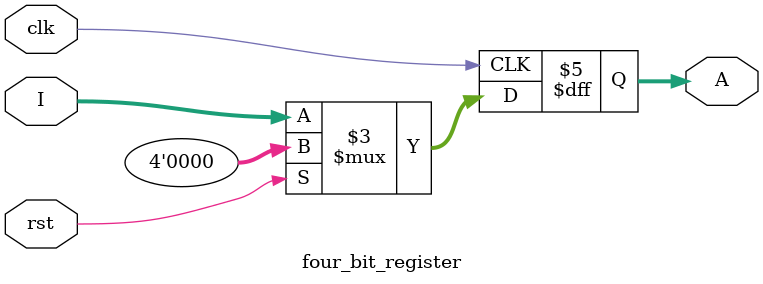
<source format=v>
module four_bit_register
(
	I,
	clk,
	rst,
	A
);

	input [3:0] I;
	input rst, clk;
	output reg [3:0] A;

	always @(posedge clk)
	begin
		if(rst)
			A <= 4'b0000;
		else
			A <= I;
	end

endmodule

</source>
